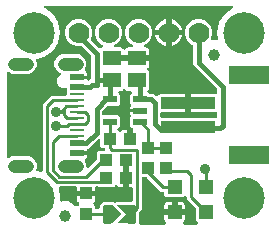
<source format=gbr>
G04 EAGLE Gerber RS-274X export*
G75*
%MOMM*%
%FSLAX34Y34*%
%LPD*%
%INTop Copper*%
%IPPOS*%
%AMOC8*
5,1,8,0,0,1.08239X$1,22.5*%
G01*
%ADD10R,1.200000X0.550000*%
%ADD11R,1.200000X1.200000*%
%ADD12R,1.000000X1.075000*%
%ADD13R,4.600000X1.000000*%
%ADD14R,3.400000X1.600000*%
%ADD15R,1.500000X1.300000*%
%ADD16R,1.075000X1.000000*%
%ADD17C,1.000000*%
%ADD18C,0.381000*%
%ADD19C,3.516000*%
%ADD20R,1.150000X0.575000*%
%ADD21R,1.150000X0.275000*%
%ADD22C,1.108000*%
%ADD23C,1.778000*%
%ADD24C,0.906400*%
%ADD25C,0.254000*%
%ADD26C,0.406400*%

G36*
X31903Y46855D02*
X31903Y46855D01*
X31987Y46860D01*
X32058Y46883D01*
X32132Y46897D01*
X32209Y46932D01*
X32289Y46958D01*
X32353Y46998D01*
X32421Y47030D01*
X32487Y47083D01*
X32558Y47128D01*
X32610Y47183D01*
X32668Y47230D01*
X32718Y47298D01*
X32776Y47360D01*
X32812Y47426D01*
X32857Y47486D01*
X32889Y47564D01*
X32930Y47638D01*
X32948Y47711D01*
X32977Y47781D01*
X32988Y47865D01*
X33009Y47946D01*
X33018Y48087D01*
X33019Y48096D01*
X33019Y48100D01*
X33019Y48107D01*
X33019Y104448D01*
X40332Y111761D01*
X43538Y111761D01*
X43568Y111738D01*
X43659Y111698D01*
X43746Y111650D01*
X43804Y111635D01*
X43860Y111611D01*
X43958Y111596D01*
X44054Y111571D01*
X44154Y111565D01*
X44174Y111561D01*
X44186Y111563D01*
X44214Y111561D01*
X52560Y111561D01*
X52678Y111576D01*
X52797Y111583D01*
X52835Y111596D01*
X52876Y111601D01*
X52986Y111644D01*
X53099Y111681D01*
X53134Y111703D01*
X53171Y111718D01*
X53267Y111787D01*
X53368Y111851D01*
X53396Y111881D01*
X53429Y111904D01*
X53505Y111996D01*
X53586Y112083D01*
X53606Y112118D01*
X53631Y112149D01*
X53682Y112257D01*
X53740Y112361D01*
X53750Y112401D01*
X53767Y112437D01*
X53789Y112554D01*
X53819Y112669D01*
X53823Y112729D01*
X53827Y112749D01*
X53825Y112770D01*
X53829Y112830D01*
X53829Y117090D01*
X53814Y117208D01*
X53807Y117327D01*
X53794Y117365D01*
X53789Y117406D01*
X53746Y117516D01*
X53709Y117629D01*
X53687Y117664D01*
X53672Y117701D01*
X53603Y117797D01*
X53539Y117898D01*
X53509Y117926D01*
X53486Y117959D01*
X53394Y118035D01*
X53307Y118116D01*
X53272Y118136D01*
X53241Y118161D01*
X53133Y118212D01*
X53029Y118270D01*
X52989Y118280D01*
X52953Y118297D01*
X52836Y118319D01*
X52721Y118349D01*
X52661Y118353D01*
X52641Y118357D01*
X52620Y118355D01*
X52560Y118359D01*
X50218Y118359D01*
X48090Y119241D01*
X46461Y120870D01*
X45579Y122998D01*
X45579Y125302D01*
X46461Y127430D01*
X48005Y128974D01*
X48035Y129013D01*
X48072Y129047D01*
X48132Y129139D01*
X48200Y129225D01*
X48220Y129271D01*
X48247Y129313D01*
X48282Y129416D01*
X48326Y129517D01*
X48334Y129566D01*
X48350Y129613D01*
X48359Y129723D01*
X48376Y129831D01*
X48371Y129881D01*
X48375Y129930D01*
X48356Y130038D01*
X48346Y130148D01*
X48329Y130195D01*
X48321Y130244D01*
X48276Y130344D01*
X48239Y130447D01*
X48211Y130488D01*
X48190Y130534D01*
X48122Y130620D01*
X48060Y130710D01*
X48023Y130743D01*
X47992Y130782D01*
X47904Y130848D01*
X47822Y130921D01*
X47777Y130944D01*
X47738Y130973D01*
X47593Y131044D01*
X46253Y131599D01*
X43979Y133873D01*
X42749Y136843D01*
X42749Y140057D01*
X43979Y143027D01*
X46253Y145301D01*
X49223Y146531D01*
X63517Y146531D01*
X66487Y145301D01*
X68761Y143027D01*
X69991Y140057D01*
X69991Y136843D01*
X68743Y133829D01*
X68733Y133794D01*
X68717Y133762D01*
X68691Y133641D01*
X68659Y133523D01*
X68658Y133486D01*
X68650Y133451D01*
X68656Y133328D01*
X68654Y133205D01*
X68662Y133169D01*
X68664Y133133D01*
X68699Y133015D01*
X68728Y132895D01*
X68745Y132863D01*
X68755Y132829D01*
X68819Y132723D01*
X68876Y132614D01*
X68901Y132587D01*
X68920Y132556D01*
X69007Y132470D01*
X69090Y132379D01*
X69121Y132359D01*
X69147Y132334D01*
X69281Y132244D01*
X69430Y132158D01*
X69903Y131685D01*
X70238Y131106D01*
X70411Y130459D01*
X70411Y128687D01*
X62288Y128687D01*
X62169Y128672D01*
X62051Y128664D01*
X62012Y128652D01*
X61972Y128647D01*
X61861Y128603D01*
X61748Y128566D01*
X61714Y128545D01*
X61676Y128530D01*
X61580Y128460D01*
X61480Y128396D01*
X61452Y128367D01*
X61419Y128343D01*
X61343Y128251D01*
X61262Y128165D01*
X61242Y128129D01*
X61216Y128098D01*
X61166Y127990D01*
X61108Y127886D01*
X61098Y127847D01*
X61081Y127810D01*
X61058Y127694D01*
X61029Y127578D01*
X61025Y127518D01*
X61021Y127498D01*
X61022Y127478D01*
X61018Y127418D01*
X61018Y127082D01*
X61033Y126964D01*
X61041Y126846D01*
X61053Y126807D01*
X61058Y126767D01*
X61102Y126656D01*
X61139Y126543D01*
X61160Y126509D01*
X61175Y126471D01*
X61245Y126375D01*
X61309Y126274D01*
X61338Y126247D01*
X61362Y126214D01*
X61454Y126138D01*
X61541Y126056D01*
X61576Y126037D01*
X61607Y126011D01*
X61715Y125960D01*
X61819Y125903D01*
X61858Y125893D01*
X61895Y125876D01*
X62012Y125853D01*
X62127Y125823D01*
X62187Y125820D01*
X62207Y125816D01*
X62228Y125817D01*
X62288Y125813D01*
X70411Y125813D01*
X70411Y125642D01*
X70428Y125508D01*
X70433Y125421D01*
X70437Y125408D01*
X70441Y125365D01*
X70448Y125346D01*
X70451Y125326D01*
X70502Y125197D01*
X70549Y125066D01*
X70560Y125049D01*
X70568Y125031D01*
X70649Y124918D01*
X70727Y124803D01*
X70743Y124790D01*
X70754Y124773D01*
X70862Y124684D01*
X70966Y124593D01*
X70984Y124583D01*
X70999Y124570D01*
X71125Y124511D01*
X71249Y124448D01*
X71269Y124443D01*
X71287Y124435D01*
X71424Y124409D01*
X71559Y124378D01*
X71580Y124379D01*
X71599Y124375D01*
X71738Y124384D01*
X71877Y124388D01*
X71897Y124394D01*
X71917Y124395D01*
X72049Y124438D01*
X72183Y124476D01*
X72200Y124487D01*
X72219Y124493D01*
X72295Y124541D01*
X72307Y124546D01*
X72339Y124568D01*
X72457Y124638D01*
X72478Y124656D01*
X72488Y124663D01*
X72502Y124678D01*
X72561Y124729D01*
X72565Y124732D01*
X72567Y124735D01*
X72577Y124744D01*
X73101Y125268D01*
X73135Y125270D01*
X73173Y125283D01*
X73214Y125288D01*
X73324Y125331D01*
X73437Y125368D01*
X73472Y125390D01*
X73509Y125405D01*
X73605Y125474D01*
X73706Y125538D01*
X73734Y125568D01*
X73767Y125591D01*
X73843Y125683D01*
X73924Y125770D01*
X73944Y125805D01*
X73969Y125836D01*
X74020Y125944D01*
X74078Y126048D01*
X74088Y126088D01*
X74105Y126124D01*
X74127Y126241D01*
X74157Y126356D01*
X74161Y126416D01*
X74165Y126436D01*
X74163Y126457D01*
X74167Y126517D01*
X74167Y144900D01*
X74155Y144998D01*
X74152Y145097D01*
X74135Y145156D01*
X74127Y145216D01*
X74091Y145308D01*
X74063Y145403D01*
X74033Y145455D01*
X74010Y145511D01*
X73952Y145591D01*
X73902Y145677D01*
X73836Y145752D01*
X73824Y145769D01*
X73814Y145777D01*
X73796Y145798D01*
X66296Y153298D01*
X66217Y153358D01*
X66145Y153426D01*
X66092Y153455D01*
X66044Y153492D01*
X65953Y153532D01*
X65867Y153580D01*
X65808Y153595D01*
X65753Y153619D01*
X65655Y153634D01*
X65559Y153659D01*
X65459Y153665D01*
X65438Y153669D01*
X65426Y153667D01*
X65398Y153669D01*
X61226Y153669D01*
X57025Y155409D01*
X53809Y158625D01*
X52069Y162826D01*
X52069Y167374D01*
X53809Y171575D01*
X57025Y174791D01*
X61226Y176531D01*
X65774Y176531D01*
X69975Y174791D01*
X73191Y171575D01*
X74931Y167374D01*
X74931Y162826D01*
X73723Y159911D01*
X73716Y159883D01*
X73702Y159857D01*
X73674Y159730D01*
X73639Y159605D01*
X73639Y159575D01*
X73633Y159546D01*
X73636Y159417D01*
X73634Y159287D01*
X73641Y159258D01*
X73642Y159229D01*
X73678Y159104D01*
X73709Y158977D01*
X73722Y158951D01*
X73731Y158923D01*
X73796Y158811D01*
X73857Y158696D01*
X73877Y158675D01*
X73892Y158649D01*
X73999Y158528D01*
X80547Y151980D01*
X80641Y151907D01*
X80730Y151828D01*
X80766Y151810D01*
X80798Y151785D01*
X80907Y151738D01*
X81013Y151684D01*
X81053Y151675D01*
X81090Y151659D01*
X81208Y151640D01*
X81324Y151614D01*
X81364Y151615D01*
X81404Y151609D01*
X81523Y151620D01*
X81642Y151624D01*
X81680Y151635D01*
X81721Y151639D01*
X81833Y151679D01*
X81947Y151712D01*
X81982Y151733D01*
X82020Y151746D01*
X82118Y151813D01*
X82221Y151874D01*
X82266Y151913D01*
X82283Y151925D01*
X82297Y151940D01*
X82342Y151980D01*
X82380Y152018D01*
X82959Y152353D01*
X83504Y152499D01*
X83563Y152522D01*
X83624Y152537D01*
X83710Y152582D01*
X83799Y152619D01*
X83849Y152656D01*
X83905Y152686D01*
X83977Y152751D01*
X84054Y152808D01*
X84094Y152857D01*
X84141Y152900D01*
X84194Y152980D01*
X84254Y153055D01*
X84281Y153113D01*
X84315Y153166D01*
X84347Y153257D01*
X84387Y153345D01*
X84398Y153407D01*
X84419Y153466D01*
X84426Y153563D01*
X84443Y153658D01*
X84439Y153720D01*
X84444Y153783D01*
X84427Y153879D01*
X84420Y153975D01*
X84400Y154035D01*
X84389Y154097D01*
X84350Y154185D01*
X84319Y154276D01*
X84285Y154329D01*
X84259Y154387D01*
X84199Y154462D01*
X84146Y154543D01*
X84100Y154586D01*
X84060Y154635D01*
X83983Y154693D01*
X83912Y154759D01*
X83857Y154788D01*
X83806Y154826D01*
X83662Y154897D01*
X82425Y155409D01*
X79209Y158625D01*
X77469Y162826D01*
X77469Y167374D01*
X79209Y171575D01*
X82425Y174791D01*
X86626Y176531D01*
X91174Y176531D01*
X95375Y174791D01*
X98591Y171575D01*
X100331Y167374D01*
X100331Y162826D01*
X98591Y158625D01*
X95375Y155409D01*
X94308Y154968D01*
X94248Y154933D01*
X94183Y154907D01*
X94110Y154855D01*
X94032Y154810D01*
X93982Y154762D01*
X93925Y154721D01*
X93868Y154651D01*
X93804Y154589D01*
X93767Y154529D01*
X93723Y154476D01*
X93684Y154394D01*
X93637Y154318D01*
X93617Y154251D01*
X93587Y154188D01*
X93570Y154100D01*
X93544Y154014D01*
X93540Y153944D01*
X93527Y153875D01*
X93533Y153786D01*
X93528Y153696D01*
X93543Y153628D01*
X93547Y153558D01*
X93575Y153473D01*
X93593Y153385D01*
X93623Y153322D01*
X93645Y153256D01*
X93693Y153180D01*
X93733Y153099D01*
X93778Y153046D01*
X93815Y152987D01*
X93881Y152925D01*
X93939Y152857D01*
X93996Y152817D01*
X94047Y152769D01*
X94125Y152726D01*
X94199Y152674D01*
X94264Y152649D01*
X94325Y152615D01*
X94412Y152593D01*
X94496Y152561D01*
X94566Y152553D01*
X94633Y152536D01*
X94794Y152526D01*
X99274Y152526D01*
X99921Y152353D01*
X100500Y152018D01*
X100973Y151545D01*
X101136Y151263D01*
X101216Y151158D01*
X101291Y151049D01*
X101312Y151031D01*
X101328Y151010D01*
X101432Y150928D01*
X101532Y150841D01*
X101556Y150829D01*
X101577Y150812D01*
X101698Y150758D01*
X101817Y150699D01*
X101843Y150694D01*
X101868Y150683D01*
X101999Y150661D01*
X102128Y150633D01*
X102155Y150634D01*
X102181Y150630D01*
X102314Y150641D01*
X102446Y150646D01*
X102471Y150654D01*
X102498Y150656D01*
X102624Y150700D01*
X102750Y150738D01*
X102773Y150752D01*
X102799Y150761D01*
X102909Y150834D01*
X103022Y150902D01*
X103041Y150921D01*
X103064Y150936D01*
X103152Y151035D01*
X103245Y151129D01*
X103266Y151161D01*
X103277Y151173D01*
X103287Y151192D01*
X103334Y151263D01*
X103497Y151545D01*
X103970Y152018D01*
X104549Y152353D01*
X105196Y152526D01*
X108406Y152526D01*
X108475Y152534D01*
X108545Y152533D01*
X108633Y152554D01*
X108722Y152566D01*
X108787Y152591D01*
X108854Y152608D01*
X108934Y152650D01*
X109017Y152683D01*
X109074Y152724D01*
X109136Y152756D01*
X109202Y152817D01*
X109275Y152869D01*
X109319Y152923D01*
X109371Y152970D01*
X109420Y153045D01*
X109478Y153114D01*
X109507Y153178D01*
X109546Y153236D01*
X109575Y153321D01*
X109613Y153402D01*
X109626Y153471D01*
X109649Y153537D01*
X109656Y153626D01*
X109673Y153714D01*
X109668Y153784D01*
X109674Y153854D01*
X109659Y153942D01*
X109653Y154032D01*
X109632Y154098D01*
X109620Y154167D01*
X109583Y154249D01*
X109555Y154334D01*
X109518Y154393D01*
X109489Y154457D01*
X109433Y154527D01*
X109385Y154603D01*
X109334Y154651D01*
X109290Y154705D01*
X109219Y154760D01*
X109153Y154821D01*
X109092Y154855D01*
X109036Y154897D01*
X108892Y154968D01*
X107825Y155410D01*
X104609Y158625D01*
X102869Y162826D01*
X102869Y167374D01*
X104609Y171575D01*
X107825Y174791D01*
X112026Y176531D01*
X116574Y176531D01*
X120775Y174791D01*
X123991Y171575D01*
X125731Y167374D01*
X125731Y162826D01*
X123991Y158625D01*
X120775Y155410D01*
X119708Y154968D01*
X119647Y154933D01*
X119583Y154907D01*
X119510Y154855D01*
X119432Y154810D01*
X119382Y154762D01*
X119325Y154721D01*
X119268Y154651D01*
X119203Y154589D01*
X119167Y154529D01*
X119122Y154476D01*
X119084Y154394D01*
X119037Y154318D01*
X119017Y154251D01*
X118987Y154188D01*
X118970Y154100D01*
X118944Y154014D01*
X118940Y153944D01*
X118927Y153875D01*
X118933Y153786D01*
X118928Y153696D01*
X118943Y153628D01*
X118947Y153558D01*
X118975Y153473D01*
X118993Y153385D01*
X119023Y153322D01*
X119045Y153256D01*
X119093Y153180D01*
X119132Y153099D01*
X119178Y153046D01*
X119215Y152987D01*
X119281Y152925D01*
X119339Y152857D01*
X119396Y152817D01*
X119447Y152769D01*
X119525Y152726D01*
X119599Y152674D01*
X119664Y152649D01*
X119725Y152615D01*
X119812Y152593D01*
X119896Y152561D01*
X119966Y152553D01*
X120033Y152536D01*
X120194Y152526D01*
X120864Y152526D01*
X121511Y152353D01*
X122090Y152018D01*
X122563Y151545D01*
X122898Y150966D01*
X123071Y150319D01*
X123071Y146024D01*
X114300Y146024D01*
X114182Y146009D01*
X114063Y146002D01*
X114025Y145989D01*
X113985Y145984D01*
X113874Y145940D01*
X113761Y145904D01*
X113726Y145882D01*
X113689Y145867D01*
X113593Y145797D01*
X113492Y145734D01*
X113464Y145704D01*
X113432Y145680D01*
X113356Y145589D01*
X113274Y145502D01*
X113255Y145467D01*
X113229Y145435D01*
X113178Y145328D01*
X113121Y145224D01*
X113110Y145184D01*
X113093Y145148D01*
X113071Y145031D01*
X113041Y144916D01*
X113037Y144855D01*
X113033Y144835D01*
X113035Y144815D01*
X113031Y144755D01*
X113031Y142215D01*
X113046Y142097D01*
X113053Y141978D01*
X113066Y141940D01*
X113071Y141900D01*
X113115Y141789D01*
X113151Y141676D01*
X113173Y141641D01*
X113188Y141604D01*
X113258Y141508D01*
X113321Y141407D01*
X113351Y141379D01*
X113375Y141346D01*
X113466Y141271D01*
X113553Y141189D01*
X113588Y141169D01*
X113620Y141144D01*
X113727Y141093D01*
X113831Y141035D01*
X113871Y141025D01*
X113907Y141008D01*
X114024Y140986D01*
X114139Y140956D01*
X114200Y140952D01*
X114220Y140948D01*
X114240Y140950D01*
X114300Y140946D01*
X123071Y140946D01*
X123071Y136651D01*
X122898Y136004D01*
X122563Y135425D01*
X122021Y134883D01*
X121948Y134788D01*
X121869Y134699D01*
X121851Y134663D01*
X121826Y134631D01*
X121778Y134522D01*
X121724Y134416D01*
X121715Y134377D01*
X121699Y134339D01*
X121681Y134222D01*
X121655Y134106D01*
X121656Y134065D01*
X121650Y134025D01*
X121661Y133907D01*
X121664Y133788D01*
X121676Y133749D01*
X121679Y133709D01*
X121720Y133596D01*
X121753Y133482D01*
X121773Y133448D01*
X121787Y133409D01*
X121854Y133311D01*
X121914Y133208D01*
X121954Y133163D01*
X121966Y133146D01*
X121981Y133133D01*
X122021Y133088D01*
X123071Y132037D01*
X123071Y116933D01*
X122156Y116017D01*
X122071Y115908D01*
X121982Y115801D01*
X121973Y115782D01*
X121961Y115766D01*
X121905Y115639D01*
X121846Y115513D01*
X121842Y115493D01*
X121834Y115474D01*
X121812Y115336D01*
X121786Y115200D01*
X121788Y115180D01*
X121784Y115160D01*
X121798Y115021D01*
X121806Y114883D01*
X121812Y114864D01*
X121814Y114844D01*
X121861Y114712D01*
X121904Y114581D01*
X121915Y114563D01*
X121922Y114544D01*
X122000Y114429D01*
X122074Y114312D01*
X122089Y114298D01*
X122100Y114281D01*
X122205Y114189D01*
X122306Y114094D01*
X122324Y114084D01*
X122339Y114071D01*
X122463Y114007D01*
X122584Y113940D01*
X122604Y113935D01*
X122622Y113926D01*
X122758Y113896D01*
X122892Y113861D01*
X122915Y113860D01*
X123270Y113505D01*
X123348Y113444D01*
X123420Y113376D01*
X123473Y113347D01*
X123521Y113310D01*
X123612Y113270D01*
X123699Y113222D01*
X123757Y113207D01*
X123813Y113183D01*
X123911Y113168D01*
X124006Y113143D01*
X124106Y113137D01*
X124127Y113133D01*
X124139Y113135D01*
X124167Y113133D01*
X127014Y113133D01*
X128860Y111287D01*
X128959Y111210D01*
X129054Y111128D01*
X129085Y111113D01*
X129111Y111092D01*
X129227Y111042D01*
X129339Y110986D01*
X129372Y110979D01*
X129403Y110966D01*
X129527Y110946D01*
X129650Y110920D01*
X129684Y110921D01*
X129717Y110916D01*
X129842Y110928D01*
X129968Y110933D01*
X130000Y110942D01*
X130034Y110946D01*
X130152Y110988D01*
X130272Y111024D01*
X130301Y111042D01*
X130333Y111053D01*
X130437Y111124D01*
X130545Y111189D01*
X130568Y111213D01*
X130596Y111232D01*
X130679Y111326D01*
X130767Y111416D01*
X130795Y111456D01*
X130807Y111470D01*
X130817Y111489D01*
X130857Y111550D01*
X131007Y111810D01*
X131480Y112283D01*
X132059Y112618D01*
X132706Y112791D01*
X153541Y112791D01*
X153541Y106480D01*
X153556Y106362D01*
X153563Y106243D01*
X153575Y106205D01*
X153581Y106165D01*
X153624Y106054D01*
X153661Y105941D01*
X153683Y105907D01*
X153698Y105869D01*
X153767Y105773D01*
X153831Y105672D01*
X153861Y105644D01*
X153884Y105612D01*
X153976Y105536D01*
X154063Y105454D01*
X154098Y105435D01*
X154129Y105409D01*
X154237Y105358D01*
X154341Y105301D01*
X154381Y105291D01*
X154417Y105273D01*
X154524Y105253D01*
X154494Y105249D01*
X154384Y105205D01*
X154271Y105169D01*
X154236Y105147D01*
X154199Y105132D01*
X154102Y105062D01*
X154002Y104999D01*
X153974Y104969D01*
X153941Y104945D01*
X153865Y104854D01*
X153784Y104767D01*
X153764Y104732D01*
X153739Y104700D01*
X153688Y104593D01*
X153630Y104488D01*
X153620Y104449D01*
X153603Y104413D01*
X153581Y104296D01*
X153551Y104180D01*
X153547Y104120D01*
X153543Y104100D01*
X153545Y104080D01*
X153541Y104020D01*
X153541Y97709D01*
X134112Y97709D01*
X133994Y97694D01*
X133875Y97687D01*
X133837Y97674D01*
X133796Y97669D01*
X133686Y97626D01*
X133573Y97589D01*
X133538Y97567D01*
X133501Y97552D01*
X133405Y97483D01*
X133304Y97419D01*
X133276Y97389D01*
X133243Y97366D01*
X133167Y97274D01*
X133086Y97187D01*
X133066Y97152D01*
X133041Y97121D01*
X132990Y97013D01*
X132932Y96909D01*
X132922Y96869D01*
X132905Y96833D01*
X132883Y96716D01*
X132853Y96601D01*
X132849Y96541D01*
X132845Y96521D01*
X132847Y96500D01*
X132843Y96440D01*
X132843Y94060D01*
X132858Y93942D01*
X132865Y93823D01*
X132878Y93785D01*
X132883Y93744D01*
X132926Y93634D01*
X132963Y93521D01*
X132985Y93486D01*
X133000Y93449D01*
X133069Y93353D01*
X133133Y93252D01*
X133163Y93224D01*
X133186Y93191D01*
X133278Y93115D01*
X133365Y93034D01*
X133400Y93014D01*
X133431Y92989D01*
X133539Y92938D01*
X133643Y92880D01*
X133683Y92870D01*
X133719Y92853D01*
X133836Y92831D01*
X133951Y92801D01*
X134011Y92797D01*
X134031Y92793D01*
X134052Y92795D01*
X134112Y92791D01*
X179578Y92791D01*
X179696Y92806D01*
X179815Y92813D01*
X179853Y92826D01*
X179894Y92831D01*
X180004Y92874D01*
X180117Y92911D01*
X180152Y92933D01*
X180189Y92948D01*
X180285Y93017D01*
X180386Y93081D01*
X180414Y93111D01*
X180447Y93134D01*
X180523Y93226D01*
X180604Y93313D01*
X180624Y93348D01*
X180649Y93379D01*
X180700Y93487D01*
X180758Y93591D01*
X180768Y93631D01*
X180785Y93667D01*
X180807Y93784D01*
X180837Y93899D01*
X180841Y93959D01*
X180845Y93979D01*
X180843Y94000D01*
X180847Y94060D01*
X180847Y96450D01*
X180831Y96575D01*
X180822Y96701D01*
X180812Y96732D01*
X180807Y96765D01*
X180761Y96882D01*
X180721Y97002D01*
X180703Y97030D01*
X180690Y97061D01*
X180616Y97163D01*
X180548Y97269D01*
X180523Y97291D01*
X180504Y97318D01*
X180406Y97399D01*
X180314Y97484D01*
X180284Y97500D01*
X180259Y97521D01*
X180145Y97575D01*
X180033Y97635D01*
X180001Y97643D01*
X179971Y97657D01*
X179847Y97680D01*
X179725Y97711D01*
X179691Y97710D01*
X179659Y97716D01*
X179542Y97709D01*
X158539Y97709D01*
X158539Y104020D01*
X158524Y104138D01*
X158517Y104257D01*
X158504Y104295D01*
X158499Y104335D01*
X158456Y104446D01*
X158419Y104559D01*
X158397Y104593D01*
X158382Y104631D01*
X158313Y104727D01*
X158249Y104828D01*
X158219Y104856D01*
X158196Y104888D01*
X158104Y104964D01*
X158017Y105046D01*
X157982Y105065D01*
X157951Y105091D01*
X157843Y105142D01*
X157739Y105199D01*
X157699Y105209D01*
X157663Y105227D01*
X157556Y105247D01*
X157586Y105251D01*
X157696Y105295D01*
X157809Y105331D01*
X157844Y105353D01*
X157881Y105368D01*
X157977Y105438D01*
X158078Y105501D01*
X158106Y105531D01*
X158139Y105555D01*
X158215Y105646D01*
X158296Y105733D01*
X158316Y105768D01*
X158341Y105800D01*
X158392Y105907D01*
X158450Y106012D01*
X158460Y106051D01*
X158477Y106087D01*
X158499Y106204D01*
X158529Y106320D01*
X158533Y106380D01*
X158537Y106400D01*
X158535Y106420D01*
X158539Y106480D01*
X158539Y112791D01*
X179460Y112791D01*
X179498Y112784D01*
X179531Y112786D01*
X179564Y112781D01*
X179689Y112795D01*
X179815Y112803D01*
X179847Y112814D01*
X179880Y112817D01*
X179998Y112862D01*
X180117Y112901D01*
X180146Y112919D01*
X180177Y112931D01*
X180280Y113004D01*
X180386Y113071D01*
X180409Y113096D01*
X180436Y113115D01*
X180518Y113211D01*
X180604Y113303D01*
X180620Y113332D01*
X180642Y113358D01*
X180697Y113471D01*
X180758Y113582D01*
X180766Y113614D01*
X180780Y113644D01*
X180806Y113768D01*
X180837Y113890D01*
X180840Y113938D01*
X180844Y113955D01*
X180843Y113977D01*
X180847Y114050D01*
X180847Y116960D01*
X180835Y117058D01*
X180832Y117157D01*
X180815Y117216D01*
X180807Y117276D01*
X180771Y117368D01*
X180743Y117463D01*
X180713Y117515D01*
X180690Y117571D01*
X180632Y117651D01*
X180582Y117737D01*
X180516Y117812D01*
X180504Y117829D01*
X180494Y117837D01*
X180476Y117858D01*
X160527Y137806D01*
X160527Y153773D01*
X160524Y153803D01*
X160526Y153832D01*
X160504Y153960D01*
X160487Y154089D01*
X160477Y154116D01*
X160472Y154146D01*
X160418Y154264D01*
X160370Y154385D01*
X160353Y154409D01*
X160341Y154436D01*
X160260Y154537D01*
X160184Y154642D01*
X160161Y154661D01*
X160142Y154684D01*
X160039Y154762D01*
X159939Y154845D01*
X159912Y154857D01*
X159888Y154875D01*
X159744Y154946D01*
X158625Y155409D01*
X155409Y158625D01*
X153669Y162826D01*
X153669Y167374D01*
X155409Y171575D01*
X158625Y174791D01*
X162826Y176531D01*
X167374Y176531D01*
X171575Y174791D01*
X174791Y171575D01*
X176531Y167374D01*
X176531Y162826D01*
X175503Y160346D01*
X175490Y160298D01*
X175469Y160253D01*
X175448Y160145D01*
X175419Y160039D01*
X175419Y159989D01*
X175409Y159940D01*
X175416Y159831D01*
X175414Y159721D01*
X175426Y159673D01*
X175429Y159623D01*
X175463Y159519D01*
X175488Y159412D01*
X175512Y159368D01*
X175527Y159321D01*
X175586Y159228D01*
X175637Y159131D01*
X175671Y159094D01*
X175697Y159052D01*
X175777Y158977D01*
X175851Y158895D01*
X175893Y158868D01*
X175929Y158834D01*
X176025Y158781D01*
X176117Y158721D01*
X176164Y158704D01*
X176207Y158680D01*
X176314Y158653D01*
X176418Y158617D01*
X176467Y158613D01*
X176515Y158601D01*
X176676Y158591D01*
X180272Y158591D01*
X180356Y158601D01*
X180440Y158602D01*
X180513Y158621D01*
X180588Y158631D01*
X180666Y158662D01*
X180748Y158683D01*
X180814Y158720D01*
X180884Y158748D01*
X180952Y158797D01*
X181026Y158838D01*
X181080Y158890D01*
X181141Y158934D01*
X181195Y159000D01*
X181256Y159058D01*
X181296Y159121D01*
X181344Y159179D01*
X181380Y159256D01*
X181424Y159327D01*
X181447Y159399D01*
X181479Y159467D01*
X181495Y159550D01*
X181521Y159630D01*
X181525Y159706D01*
X181539Y159779D01*
X181534Y159864D01*
X181539Y159948D01*
X181520Y160088D01*
X181519Y160097D01*
X181518Y160100D01*
X181517Y160108D01*
X180524Y165100D01*
X182250Y173778D01*
X187166Y181134D01*
X193901Y185635D01*
X193980Y185703D01*
X194065Y185764D01*
X194100Y185807D01*
X194141Y185843D01*
X194201Y185929D01*
X194267Y186009D01*
X194291Y186059D01*
X194322Y186105D01*
X194358Y186203D01*
X194403Y186297D01*
X194413Y186351D01*
X194432Y186403D01*
X194443Y186507D01*
X194463Y186610D01*
X194459Y186665D01*
X194465Y186719D01*
X194449Y186823D01*
X194443Y186927D01*
X194426Y186979D01*
X194418Y187034D01*
X194377Y187130D01*
X194345Y187229D01*
X194315Y187276D01*
X194294Y187327D01*
X194231Y187410D01*
X194175Y187498D01*
X194135Y187536D01*
X194101Y187580D01*
X194019Y187645D01*
X193943Y187716D01*
X193895Y187743D01*
X193852Y187777D01*
X193756Y187819D01*
X193665Y187870D01*
X193611Y187883D01*
X193561Y187906D01*
X193458Y187923D01*
X193357Y187949D01*
X193269Y187955D01*
X193247Y187958D01*
X193232Y187957D01*
X193196Y187959D01*
X35404Y187959D01*
X35300Y187946D01*
X35196Y187942D01*
X35143Y187926D01*
X35089Y187919D01*
X34992Y187881D01*
X34891Y187851D01*
X34844Y187823D01*
X34793Y187802D01*
X34708Y187741D01*
X34619Y187687D01*
X34580Y187648D01*
X34535Y187616D01*
X34469Y187535D01*
X34396Y187461D01*
X34368Y187413D01*
X34333Y187371D01*
X34288Y187276D01*
X34236Y187186D01*
X34221Y187133D01*
X34197Y187083D01*
X34178Y186980D01*
X34149Y186880D01*
X34148Y186825D01*
X34137Y186771D01*
X34144Y186666D01*
X34141Y186562D01*
X34154Y186508D01*
X34157Y186453D01*
X34189Y186354D01*
X34213Y186252D01*
X34238Y186203D01*
X34255Y186151D01*
X34311Y186062D01*
X34359Y185970D01*
X34396Y185928D01*
X34425Y185882D01*
X34501Y185810D01*
X34571Y185732D01*
X34641Y185679D01*
X34657Y185664D01*
X34670Y185657D01*
X34699Y185635D01*
X41434Y181134D01*
X46350Y173778D01*
X48076Y165100D01*
X46350Y156422D01*
X41434Y149066D01*
X34078Y144150D01*
X28589Y143059D01*
X28509Y143032D01*
X28427Y143015D01*
X28359Y142982D01*
X28288Y142958D01*
X28217Y142912D01*
X28141Y142875D01*
X28084Y142826D01*
X28021Y142785D01*
X27963Y142723D01*
X27899Y142669D01*
X27856Y142607D01*
X27805Y142552D01*
X27764Y142478D01*
X27716Y142409D01*
X27689Y142338D01*
X27653Y142272D01*
X27633Y142190D01*
X27603Y142111D01*
X27595Y142037D01*
X27577Y141964D01*
X27577Y141879D01*
X27568Y141795D01*
X27578Y141721D01*
X27579Y141646D01*
X27601Y141564D01*
X27612Y141480D01*
X27658Y141347D01*
X27660Y141338D01*
X27662Y141335D01*
X27664Y141328D01*
X28191Y140057D01*
X28191Y136843D01*
X26961Y133873D01*
X24687Y131599D01*
X21717Y130369D01*
X7423Y130369D01*
X4296Y131664D01*
X4248Y131678D01*
X4203Y131699D01*
X4095Y131719D01*
X3989Y131748D01*
X3939Y131749D01*
X3890Y131759D01*
X3781Y131752D01*
X3671Y131753D01*
X3623Y131742D01*
X3573Y131739D01*
X3469Y131705D01*
X3362Y131679D01*
X3318Y131656D01*
X3271Y131641D01*
X3178Y131582D01*
X3081Y131531D01*
X3044Y131497D01*
X3002Y131471D01*
X2927Y131391D01*
X2845Y131317D01*
X2818Y131275D01*
X2784Y131239D01*
X2731Y131143D01*
X2671Y131051D01*
X2654Y131004D01*
X2630Y130960D01*
X2603Y130854D01*
X2567Y130750D01*
X2563Y130701D01*
X2551Y130653D01*
X2541Y130492D01*
X2541Y60008D01*
X2547Y59959D01*
X2545Y59909D01*
X2567Y59802D01*
X2581Y59693D01*
X2599Y59646D01*
X2609Y59598D01*
X2657Y59499D01*
X2698Y59397D01*
X2727Y59357D01*
X2749Y59312D01*
X2820Y59228D01*
X2884Y59140D01*
X2923Y59108D01*
X2955Y59070D01*
X3045Y59007D01*
X3129Y58937D01*
X3174Y58916D01*
X3215Y58887D01*
X3318Y58848D01*
X3417Y58801D01*
X3466Y58792D01*
X3512Y58774D01*
X3622Y58762D01*
X3729Y58741D01*
X3779Y58745D01*
X3828Y58739D01*
X3937Y58754D01*
X4047Y58761D01*
X4094Y58777D01*
X4143Y58783D01*
X4296Y58836D01*
X7423Y60131D01*
X21717Y60131D01*
X24687Y58901D01*
X26961Y56627D01*
X28191Y53657D01*
X28191Y50443D01*
X27664Y49172D01*
X27642Y49091D01*
X27610Y49012D01*
X27600Y48938D01*
X27580Y48865D01*
X27579Y48781D01*
X27568Y48697D01*
X27577Y48622D01*
X27575Y48547D01*
X27595Y48465D01*
X27605Y48381D01*
X27632Y48311D01*
X27650Y48238D01*
X27689Y48163D01*
X27719Y48085D01*
X27763Y48023D01*
X27798Y47957D01*
X27855Y47894D01*
X27904Y47826D01*
X27962Y47777D01*
X28012Y47722D01*
X28083Y47675D01*
X28147Y47621D01*
X28215Y47588D01*
X28278Y47547D01*
X28358Y47519D01*
X28434Y47483D01*
X28570Y47447D01*
X28579Y47444D01*
X28582Y47443D01*
X28589Y47441D01*
X31502Y46862D01*
X31587Y46856D01*
X31670Y46840D01*
X31744Y46845D01*
X31820Y46840D01*
X31903Y46855D01*
G37*
G36*
X136821Y2559D02*
X136821Y2559D01*
X136966Y2574D01*
X136979Y2579D01*
X136992Y2581D01*
X137128Y2634D01*
X137264Y2685D01*
X137275Y2693D01*
X137288Y2698D01*
X137406Y2783D01*
X137526Y2866D01*
X137534Y2877D01*
X137545Y2884D01*
X137638Y2997D01*
X137734Y3107D01*
X137740Y3119D01*
X137748Y3129D01*
X137810Y3261D01*
X137875Y3392D01*
X137878Y3405D01*
X137884Y3417D01*
X137911Y3560D01*
X137941Y3703D01*
X137941Y3716D01*
X137943Y3729D01*
X137934Y3875D01*
X137928Y4021D01*
X137924Y4033D01*
X137924Y4047D01*
X137879Y4185D01*
X137837Y4325D01*
X137830Y4337D01*
X137826Y4349D01*
X137748Y4472D01*
X137672Y4597D01*
X137663Y4607D01*
X137655Y4618D01*
X137549Y4718D01*
X137445Y4820D01*
X137430Y4830D01*
X137424Y4836D01*
X137409Y4844D01*
X137311Y4909D01*
X137220Y4962D01*
X136747Y5435D01*
X136412Y6014D01*
X136239Y6661D01*
X136239Y10456D01*
X143510Y10456D01*
X143628Y10471D01*
X143747Y10478D01*
X143785Y10491D01*
X143825Y10496D01*
X143936Y10539D01*
X144049Y10576D01*
X144084Y10598D01*
X144121Y10613D01*
X144217Y10683D01*
X144318Y10746D01*
X144346Y10776D01*
X144378Y10800D01*
X144454Y10891D01*
X144536Y10978D01*
X144555Y11013D01*
X144581Y11044D01*
X144632Y11152D01*
X144689Y11256D01*
X144700Y11296D01*
X144717Y11332D01*
X144739Y11449D01*
X144769Y11564D01*
X144773Y11625D01*
X144777Y11645D01*
X144775Y11665D01*
X144779Y11725D01*
X144779Y12996D01*
X144781Y12996D01*
X144781Y11725D01*
X144796Y11607D01*
X144803Y11488D01*
X144816Y11450D01*
X144821Y11410D01*
X144865Y11299D01*
X144901Y11186D01*
X144923Y11151D01*
X144938Y11114D01*
X145008Y11018D01*
X145071Y10917D01*
X145101Y10889D01*
X145125Y10856D01*
X145216Y10781D01*
X145303Y10699D01*
X145338Y10679D01*
X145370Y10654D01*
X145477Y10603D01*
X145581Y10545D01*
X145621Y10535D01*
X145657Y10518D01*
X145774Y10496D01*
X145889Y10466D01*
X145950Y10462D01*
X145970Y10458D01*
X145990Y10460D01*
X146050Y10456D01*
X153321Y10456D01*
X153321Y6661D01*
X153148Y6014D01*
X152813Y5435D01*
X152340Y4962D01*
X152249Y4909D01*
X152132Y4821D01*
X152015Y4736D01*
X152006Y4725D01*
X151995Y4717D01*
X151905Y4603D01*
X151812Y4491D01*
X151806Y4478D01*
X151798Y4468D01*
X151738Y4334D01*
X151676Y4203D01*
X151674Y4190D01*
X151668Y4177D01*
X151644Y4033D01*
X151617Y3890D01*
X151617Y3877D01*
X151615Y3864D01*
X151627Y3718D01*
X151636Y3573D01*
X151640Y3560D01*
X151642Y3547D01*
X151690Y3409D01*
X151734Y3271D01*
X151742Y3259D01*
X151746Y3246D01*
X151826Y3125D01*
X151905Y3002D01*
X151914Y2993D01*
X151922Y2981D01*
X152030Y2884D01*
X152136Y2784D01*
X152148Y2777D01*
X152158Y2768D01*
X152287Y2701D01*
X152415Y2630D01*
X152428Y2627D01*
X152440Y2621D01*
X152582Y2587D01*
X152723Y2551D01*
X152741Y2550D01*
X152749Y2548D01*
X152766Y2548D01*
X152883Y2541D01*
X163247Y2541D01*
X163385Y2558D01*
X163523Y2571D01*
X163542Y2578D01*
X163562Y2581D01*
X163692Y2632D01*
X163823Y2679D01*
X163839Y2690D01*
X163858Y2698D01*
X163971Y2779D01*
X164086Y2857D01*
X164099Y2873D01*
X164115Y2884D01*
X164204Y2992D01*
X164296Y3096D01*
X164305Y3114D01*
X164318Y3129D01*
X164378Y3255D01*
X164441Y3379D01*
X164445Y3399D01*
X164454Y3417D01*
X164480Y3554D01*
X164510Y3689D01*
X164510Y3710D01*
X164514Y3729D01*
X164505Y3868D01*
X164501Y4007D01*
X164495Y4027D01*
X164494Y4047D01*
X164451Y4179D01*
X164412Y4313D01*
X164402Y4330D01*
X164396Y4349D01*
X164321Y4467D01*
X164251Y4587D01*
X164232Y4608D01*
X164226Y4618D01*
X164211Y4632D01*
X164144Y4707D01*
X162909Y5943D01*
X162909Y15621D01*
X162897Y15719D01*
X162894Y15818D01*
X162877Y15876D01*
X162869Y15936D01*
X162833Y16028D01*
X162805Y16124D01*
X162775Y16176D01*
X162752Y16232D01*
X162694Y16312D01*
X162644Y16397D01*
X162578Y16473D01*
X162566Y16489D01*
X162556Y16497D01*
X162538Y16518D01*
X157543Y21513D01*
X154939Y24117D01*
X154939Y25497D01*
X154922Y25635D01*
X154909Y25773D01*
X154902Y25792D01*
X154899Y25812D01*
X154848Y25942D01*
X154801Y26073D01*
X154790Y26089D01*
X154782Y26108D01*
X154701Y26220D01*
X154623Y26336D01*
X154607Y26349D01*
X154596Y26365D01*
X154488Y26454D01*
X154384Y26546D01*
X154366Y26555D01*
X154351Y26568D01*
X154225Y26628D01*
X154101Y26691D01*
X154081Y26695D01*
X154063Y26704D01*
X153926Y26730D01*
X153791Y26760D01*
X153770Y26760D01*
X153751Y26764D01*
X153612Y26755D01*
X153473Y26751D01*
X153453Y26745D01*
X153433Y26744D01*
X153301Y26701D01*
X153167Y26662D01*
X153150Y26652D01*
X153131Y26646D01*
X153013Y26571D01*
X152893Y26501D01*
X152872Y26482D01*
X152862Y26476D01*
X152848Y26461D01*
X152773Y26394D01*
X151832Y25454D01*
X137728Y25454D01*
X136239Y26943D01*
X136239Y28915D01*
X136224Y29033D01*
X136217Y29152D01*
X136204Y29190D01*
X136199Y29231D01*
X136156Y29341D01*
X136119Y29454D01*
X136097Y29489D01*
X136082Y29526D01*
X136013Y29622D01*
X135949Y29723D01*
X135919Y29751D01*
X135896Y29784D01*
X135804Y29860D01*
X135717Y29941D01*
X135682Y29961D01*
X135651Y29986D01*
X135543Y30037D01*
X135439Y30095D01*
X135399Y30105D01*
X135363Y30122D01*
X135246Y30144D01*
X135131Y30174D01*
X135071Y30178D01*
X135051Y30182D01*
X135030Y30180D01*
X134970Y30184D01*
X133337Y30184D01*
X121253Y42268D01*
X121175Y42328D01*
X121103Y42396D01*
X121050Y42425D01*
X121002Y42462D01*
X120911Y42502D01*
X120824Y42550D01*
X120766Y42565D01*
X120710Y42589D01*
X120612Y42604D01*
X120516Y42629D01*
X120416Y42635D01*
X120396Y42639D01*
X120384Y42637D01*
X120356Y42639D01*
X118110Y42639D01*
X117992Y42624D01*
X117873Y42617D01*
X117835Y42604D01*
X117794Y42599D01*
X117684Y42556D01*
X117571Y42519D01*
X117536Y42497D01*
X117499Y42482D01*
X117403Y42413D01*
X117302Y42349D01*
X117274Y42319D01*
X117241Y42296D01*
X117165Y42204D01*
X117084Y42117D01*
X117064Y42082D01*
X117039Y42051D01*
X116988Y41943D01*
X116930Y41839D01*
X116920Y41799D01*
X116903Y41763D01*
X116881Y41646D01*
X116851Y41531D01*
X116847Y41471D01*
X116843Y41451D01*
X116845Y41430D01*
X116841Y41370D01*
X116841Y14932D01*
X114672Y12763D01*
X114612Y12685D01*
X114544Y12613D01*
X114515Y12560D01*
X114478Y12512D01*
X114438Y12421D01*
X114390Y12334D01*
X114375Y12276D01*
X114351Y12220D01*
X114336Y12122D01*
X114311Y12026D01*
X114305Y11926D01*
X114301Y11906D01*
X114303Y11894D01*
X114301Y11866D01*
X114301Y3810D01*
X114316Y3692D01*
X114323Y3573D01*
X114336Y3535D01*
X114341Y3494D01*
X114384Y3384D01*
X114421Y3271D01*
X114443Y3236D01*
X114458Y3199D01*
X114527Y3103D01*
X114591Y3002D01*
X114621Y2974D01*
X114644Y2941D01*
X114736Y2865D01*
X114823Y2784D01*
X114858Y2764D01*
X114889Y2739D01*
X114997Y2688D01*
X115101Y2630D01*
X115141Y2620D01*
X115177Y2603D01*
X115294Y2581D01*
X115409Y2551D01*
X115469Y2547D01*
X115489Y2543D01*
X115510Y2545D01*
X115570Y2541D01*
X136677Y2541D01*
X136821Y2559D01*
G37*
G36*
X80128Y15646D02*
X80128Y15646D01*
X80247Y15653D01*
X80285Y15666D01*
X80326Y15671D01*
X80436Y15714D01*
X80549Y15751D01*
X80584Y15773D01*
X80621Y15788D01*
X80717Y15857D01*
X80818Y15921D01*
X80846Y15951D01*
X80879Y15974D01*
X80955Y16066D01*
X81036Y16153D01*
X81056Y16188D01*
X81081Y16219D01*
X81132Y16327D01*
X81190Y16431D01*
X81200Y16471D01*
X81217Y16507D01*
X81239Y16624D01*
X81269Y16739D01*
X81273Y16799D01*
X81277Y16819D01*
X81275Y16840D01*
X81279Y16900D01*
X81279Y18986D01*
X83884Y21591D01*
X93233Y21591D01*
X93400Y21423D01*
X93494Y21350D01*
X93583Y21272D01*
X93619Y21253D01*
X93651Y21228D01*
X93761Y21181D01*
X93867Y21127D01*
X93906Y21118D01*
X93943Y21102D01*
X94061Y21083D01*
X94177Y21057D01*
X94217Y21059D01*
X94257Y21052D01*
X94376Y21063D01*
X94495Y21067D01*
X94534Y21078D01*
X94574Y21082D01*
X94686Y21122D01*
X94800Y21155D01*
X94835Y21176D01*
X94873Y21190D01*
X94971Y21256D01*
X95074Y21317D01*
X95119Y21357D01*
X95136Y21368D01*
X95150Y21383D01*
X95195Y21423D01*
X95383Y21611D01*
X96533Y21591D01*
X96540Y21592D01*
X96556Y21591D01*
X107950Y21591D01*
X108068Y21606D01*
X108187Y21613D01*
X108225Y21626D01*
X108266Y21631D01*
X108376Y21674D01*
X108489Y21711D01*
X108524Y21733D01*
X108561Y21748D01*
X108657Y21817D01*
X108758Y21881D01*
X108786Y21911D01*
X108819Y21934D01*
X108895Y22026D01*
X108976Y22113D01*
X108996Y22148D01*
X109021Y22179D01*
X109072Y22287D01*
X109130Y22391D01*
X109140Y22431D01*
X109157Y22467D01*
X109179Y22584D01*
X109209Y22699D01*
X109213Y22759D01*
X109217Y22779D01*
X109215Y22800D01*
X109219Y22860D01*
X109219Y33100D01*
X109204Y33218D01*
X109197Y33337D01*
X109184Y33375D01*
X109179Y33416D01*
X109136Y33526D01*
X109099Y33639D01*
X109077Y33674D01*
X109062Y33711D01*
X108993Y33807D01*
X108929Y33908D01*
X108899Y33936D01*
X108876Y33969D01*
X108784Y34045D01*
X108697Y34126D01*
X108662Y34146D01*
X108631Y34171D01*
X108523Y34222D01*
X108419Y34280D01*
X108379Y34290D01*
X108343Y34307D01*
X108226Y34329D01*
X108111Y34359D01*
X108051Y34363D01*
X108031Y34367D01*
X108010Y34365D01*
X107950Y34369D01*
X106249Y34369D01*
X106249Y40680D01*
X106234Y40798D01*
X106227Y40917D01*
X106214Y40955D01*
X106209Y40995D01*
X106166Y41106D01*
X106129Y41219D01*
X106107Y41253D01*
X106092Y41291D01*
X106023Y41387D01*
X105959Y41488D01*
X105929Y41516D01*
X105906Y41548D01*
X105814Y41624D01*
X105727Y41706D01*
X105692Y41725D01*
X105661Y41751D01*
X105553Y41802D01*
X105449Y41859D01*
X105409Y41869D01*
X105373Y41887D01*
X105266Y41907D01*
X105296Y41911D01*
X105406Y41955D01*
X105519Y41991D01*
X105554Y42013D01*
X105591Y42028D01*
X105687Y42098D01*
X105788Y42161D01*
X105816Y42191D01*
X105849Y42215D01*
X105925Y42306D01*
X106006Y42393D01*
X106026Y42428D01*
X106051Y42460D01*
X106102Y42567D01*
X106160Y42672D01*
X106170Y42711D01*
X106187Y42747D01*
X106209Y42864D01*
X106239Y42980D01*
X106243Y43040D01*
X106247Y43060D01*
X106246Y43072D01*
X106247Y43076D01*
X106246Y43088D01*
X106249Y43140D01*
X106249Y55920D01*
X106234Y56038D01*
X106227Y56157D01*
X106214Y56195D01*
X106209Y56235D01*
X106166Y56346D01*
X106129Y56459D01*
X106107Y56493D01*
X106092Y56531D01*
X106023Y56627D01*
X105959Y56728D01*
X105929Y56756D01*
X105906Y56788D01*
X105814Y56864D01*
X105727Y56946D01*
X105692Y56965D01*
X105661Y56991D01*
X105553Y57042D01*
X105449Y57099D01*
X105409Y57109D01*
X105373Y57127D01*
X105256Y57149D01*
X105141Y57179D01*
X105081Y57183D01*
X105061Y57186D01*
X105040Y57185D01*
X104980Y57189D01*
X102520Y57189D01*
X102402Y57174D01*
X102283Y57167D01*
X102245Y57154D01*
X102204Y57149D01*
X102094Y57105D01*
X101981Y57069D01*
X101946Y57047D01*
X101909Y57032D01*
X101812Y56962D01*
X101712Y56899D01*
X101684Y56869D01*
X101651Y56845D01*
X101575Y56754D01*
X101494Y56667D01*
X101474Y56632D01*
X101449Y56600D01*
X101398Y56493D01*
X101340Y56388D01*
X101330Y56349D01*
X101313Y56313D01*
X101291Y56196D01*
X101261Y56080D01*
X101257Y56020D01*
X101253Y56000D01*
X101255Y55980D01*
X101251Y55920D01*
X101251Y43140D01*
X101266Y43022D01*
X101273Y42903D01*
X101285Y42865D01*
X101291Y42825D01*
X101334Y42714D01*
X101371Y42601D01*
X101393Y42567D01*
X101408Y42529D01*
X101477Y42433D01*
X101541Y42332D01*
X101571Y42304D01*
X101594Y42272D01*
X101686Y42196D01*
X101773Y42114D01*
X101808Y42095D01*
X101839Y42069D01*
X101947Y42018D01*
X102051Y41961D01*
X102091Y41951D01*
X102127Y41933D01*
X102234Y41913D01*
X102204Y41909D01*
X102094Y41865D01*
X101981Y41829D01*
X101946Y41807D01*
X101909Y41792D01*
X101812Y41722D01*
X101712Y41659D01*
X101684Y41629D01*
X101651Y41605D01*
X101575Y41514D01*
X101494Y41427D01*
X101474Y41392D01*
X101449Y41360D01*
X101398Y41253D01*
X101340Y41148D01*
X101330Y41109D01*
X101313Y41073D01*
X101291Y40956D01*
X101261Y40840D01*
X101257Y40780D01*
X101253Y40760D01*
X101255Y40740D01*
X101251Y40680D01*
X101251Y34369D01*
X98041Y34369D01*
X97394Y34542D01*
X96815Y34877D01*
X96306Y35386D01*
X96294Y35402D01*
X96223Y35506D01*
X96198Y35528D01*
X96178Y35555D01*
X96079Y35633D01*
X95985Y35717D01*
X95955Y35732D01*
X95928Y35753D01*
X95814Y35804D01*
X95701Y35861D01*
X95669Y35869D01*
X95638Y35882D01*
X95514Y35903D01*
X95391Y35931D01*
X95357Y35930D01*
X95324Y35935D01*
X95199Y35925D01*
X95073Y35921D01*
X95041Y35912D01*
X95007Y35909D01*
X94889Y35868D01*
X94768Y35833D01*
X94739Y35816D01*
X94707Y35805D01*
X94602Y35735D01*
X94494Y35671D01*
X94457Y35639D01*
X94442Y35629D01*
X94427Y35613D01*
X94373Y35565D01*
X93177Y34369D01*
X80323Y34369D01*
X80266Y34426D01*
X80188Y34486D01*
X80116Y34554D01*
X80063Y34583D01*
X80015Y34620D01*
X79924Y34660D01*
X79837Y34708D01*
X79779Y34723D01*
X79723Y34747D01*
X79625Y34762D01*
X79530Y34787D01*
X79429Y34793D01*
X79409Y34797D01*
X79397Y34795D01*
X79369Y34797D01*
X78660Y34797D01*
X78542Y34782D01*
X78423Y34775D01*
X78385Y34762D01*
X78344Y34757D01*
X78234Y34714D01*
X78121Y34677D01*
X78086Y34655D01*
X78049Y34640D01*
X77953Y34571D01*
X77852Y34507D01*
X77824Y34477D01*
X77791Y34454D01*
X77715Y34362D01*
X77634Y34275D01*
X77614Y34240D01*
X77589Y34209D01*
X77538Y34101D01*
X77480Y33997D01*
X77470Y33957D01*
X77453Y33921D01*
X77431Y33804D01*
X77401Y33689D01*
X77397Y33629D01*
X77393Y33609D01*
X77395Y33588D01*
X77391Y33528D01*
X77391Y31319D01*
X71080Y31319D01*
X70962Y31304D01*
X70843Y31297D01*
X70805Y31284D01*
X70765Y31279D01*
X70654Y31236D01*
X70541Y31199D01*
X70507Y31177D01*
X70469Y31162D01*
X70373Y31093D01*
X70272Y31029D01*
X70244Y30999D01*
X70212Y30976D01*
X70136Y30884D01*
X70054Y30797D01*
X70035Y30762D01*
X70009Y30731D01*
X69958Y30623D01*
X69901Y30519D01*
X69891Y30479D01*
X69873Y30443D01*
X69853Y30336D01*
X69849Y30366D01*
X69805Y30476D01*
X69769Y30589D01*
X69747Y30624D01*
X69732Y30661D01*
X69662Y30757D01*
X69599Y30858D01*
X69569Y30886D01*
X69545Y30919D01*
X69454Y30995D01*
X69367Y31076D01*
X69332Y31096D01*
X69300Y31121D01*
X69193Y31172D01*
X69088Y31230D01*
X69049Y31240D01*
X69013Y31257D01*
X68896Y31279D01*
X68780Y31309D01*
X68720Y31313D01*
X68700Y31317D01*
X68680Y31315D01*
X68620Y31319D01*
X62309Y31319D01*
X62309Y33528D01*
X62294Y33646D01*
X62287Y33765D01*
X62274Y33803D01*
X62269Y33844D01*
X62226Y33954D01*
X62189Y34067D01*
X62167Y34102D01*
X62152Y34139D01*
X62083Y34235D01*
X62019Y34336D01*
X61989Y34364D01*
X61966Y34397D01*
X61874Y34473D01*
X61787Y34554D01*
X61752Y34574D01*
X61721Y34599D01*
X61613Y34650D01*
X61509Y34708D01*
X61469Y34718D01*
X61433Y34735D01*
X61316Y34757D01*
X61201Y34787D01*
X61141Y34791D01*
X61121Y34795D01*
X61100Y34793D01*
X61040Y34797D01*
X47753Y34797D01*
X47669Y34787D01*
X47585Y34786D01*
X47512Y34767D01*
X47438Y34757D01*
X47359Y34726D01*
X47278Y34705D01*
X47212Y34668D01*
X47142Y34640D01*
X47074Y34591D01*
X47000Y34550D01*
X46946Y34498D01*
X46885Y34454D01*
X46831Y34388D01*
X46770Y34330D01*
X46730Y34267D01*
X46682Y34209D01*
X46646Y34132D01*
X46601Y34061D01*
X46578Y33989D01*
X46546Y33921D01*
X46530Y33838D01*
X46505Y33758D01*
X46501Y33682D01*
X46487Y33609D01*
X46492Y33524D01*
X46487Y33440D01*
X46506Y33300D01*
X46506Y33291D01*
X46507Y33288D01*
X46508Y33280D01*
X48076Y25400D01*
X47682Y23418D01*
X47681Y23404D01*
X47676Y23389D01*
X47669Y23245D01*
X47659Y23101D01*
X47662Y23087D01*
X47661Y23072D01*
X47690Y22930D01*
X47716Y22788D01*
X47722Y22775D01*
X47725Y22760D01*
X47789Y22631D01*
X47849Y22499D01*
X47859Y22488D01*
X47865Y22475D01*
X47959Y22365D01*
X48050Y22253D01*
X48062Y22244D01*
X48072Y22233D01*
X48189Y22150D01*
X48306Y22064D01*
X48320Y22058D01*
X48332Y22050D01*
X48466Y21998D01*
X48600Y21944D01*
X48615Y21942D01*
X48629Y21937D01*
X48773Y21921D01*
X48916Y21902D01*
X48930Y21903D01*
X48945Y21902D01*
X49089Y21922D01*
X49231Y21939D01*
X49245Y21944D01*
X49260Y21946D01*
X49412Y21998D01*
X49575Y22066D01*
X54565Y22066D01*
X59174Y20157D01*
X60799Y18532D01*
X60893Y18459D01*
X60982Y18380D01*
X61018Y18362D01*
X61050Y18337D01*
X61159Y18289D01*
X61265Y18235D01*
X61305Y18227D01*
X61342Y18210D01*
X61459Y18192D01*
X61575Y18166D01*
X61616Y18167D01*
X61656Y18161D01*
X61774Y18172D01*
X61893Y18175D01*
X61932Y18187D01*
X61972Y18190D01*
X62085Y18231D01*
X62199Y18264D01*
X62234Y18284D01*
X62272Y18298D01*
X62370Y18365D01*
X62473Y18425D01*
X62518Y18465D01*
X62535Y18477D01*
X62548Y18492D01*
X62594Y18532D01*
X63505Y19443D01*
X63582Y19542D01*
X63664Y19638D01*
X63679Y19668D01*
X63700Y19694D01*
X63750Y19810D01*
X63806Y19922D01*
X63813Y19955D01*
X63826Y19986D01*
X63846Y20111D01*
X63872Y20233D01*
X63871Y20267D01*
X63876Y20300D01*
X63864Y20426D01*
X63859Y20551D01*
X63849Y20583D01*
X63846Y20617D01*
X63803Y20736D01*
X63767Y20856D01*
X63750Y20884D01*
X63739Y20916D01*
X63668Y21020D01*
X63603Y21128D01*
X63579Y21151D01*
X63560Y21179D01*
X63465Y21263D01*
X63376Y21351D01*
X63335Y21378D01*
X63322Y21390D01*
X63302Y21399D01*
X62817Y21885D01*
X62482Y22464D01*
X62309Y23111D01*
X62309Y26321D01*
X68620Y26321D01*
X68738Y26336D01*
X68857Y26343D01*
X68895Y26355D01*
X68935Y26361D01*
X69046Y26404D01*
X69159Y26441D01*
X69193Y26463D01*
X69231Y26478D01*
X69327Y26547D01*
X69428Y26611D01*
X69456Y26641D01*
X69488Y26664D01*
X69564Y26756D01*
X69646Y26843D01*
X69665Y26878D01*
X69691Y26909D01*
X69742Y27017D01*
X69799Y27121D01*
X69809Y27161D01*
X69827Y27197D01*
X69847Y27304D01*
X69851Y27274D01*
X69895Y27164D01*
X69931Y27051D01*
X69953Y27016D01*
X69968Y26979D01*
X70038Y26882D01*
X70101Y26782D01*
X70131Y26754D01*
X70155Y26721D01*
X70246Y26645D01*
X70333Y26564D01*
X70368Y26544D01*
X70400Y26519D01*
X70507Y26468D01*
X70612Y26410D01*
X70651Y26400D01*
X70687Y26383D01*
X70804Y26361D01*
X70920Y26331D01*
X70980Y26327D01*
X71000Y26323D01*
X71020Y26325D01*
X71080Y26321D01*
X77391Y26321D01*
X77391Y23111D01*
X77218Y22464D01*
X76883Y21885D01*
X76374Y21376D01*
X76358Y21364D01*
X76254Y21293D01*
X76232Y21268D01*
X76205Y21248D01*
X76127Y21149D01*
X76043Y21055D01*
X76028Y21025D01*
X76007Y20998D01*
X75956Y20884D01*
X75899Y20771D01*
X75891Y20739D01*
X75878Y20708D01*
X75857Y20584D01*
X75829Y20461D01*
X75830Y20427D01*
X75825Y20394D01*
X75835Y20269D01*
X75839Y20143D01*
X75848Y20111D01*
X75851Y20077D01*
X75892Y19959D01*
X75927Y19838D01*
X75944Y19809D01*
X75955Y19777D01*
X76025Y19672D01*
X76089Y19564D01*
X76121Y19527D01*
X76131Y19512D01*
X76147Y19497D01*
X76195Y19443D01*
X77391Y18247D01*
X77391Y16900D01*
X77406Y16782D01*
X77413Y16663D01*
X77426Y16625D01*
X77431Y16584D01*
X77474Y16474D01*
X77511Y16361D01*
X77533Y16326D01*
X77548Y16289D01*
X77617Y16193D01*
X77681Y16092D01*
X77711Y16064D01*
X77734Y16031D01*
X77826Y15955D01*
X77913Y15874D01*
X77948Y15854D01*
X77979Y15829D01*
X78087Y15778D01*
X78191Y15720D01*
X78231Y15710D01*
X78267Y15693D01*
X78384Y15671D01*
X78499Y15641D01*
X78559Y15637D01*
X78579Y15633D01*
X78600Y15635D01*
X78660Y15631D01*
X80010Y15631D01*
X80128Y15646D01*
G37*
G36*
X108273Y74906D02*
X108273Y74906D01*
X108392Y74913D01*
X108430Y74926D01*
X108471Y74931D01*
X108581Y74975D01*
X108694Y75011D01*
X108729Y75033D01*
X108766Y75048D01*
X108862Y75118D01*
X108963Y75181D01*
X108991Y75211D01*
X109024Y75235D01*
X109100Y75326D01*
X109181Y75413D01*
X109201Y75448D01*
X109226Y75480D01*
X109277Y75587D01*
X109335Y75692D01*
X109345Y75731D01*
X109362Y75767D01*
X109384Y75884D01*
X109414Y76000D01*
X109418Y76060D01*
X109422Y76080D01*
X109420Y76100D01*
X109424Y76160D01*
X109424Y83138D01*
X109412Y83236D01*
X109409Y83335D01*
X109392Y83393D01*
X109384Y83453D01*
X109348Y83545D01*
X109320Y83641D01*
X109290Y83693D01*
X109267Y83749D01*
X109209Y83829D01*
X109159Y83914D01*
X109093Y83990D01*
X109081Y84006D01*
X109071Y84014D01*
X109053Y84035D01*
X107330Y85758D01*
X107330Y93362D01*
X107471Y93503D01*
X107540Y93592D01*
X107615Y93676D01*
X107637Y93717D01*
X107666Y93755D01*
X107711Y93858D01*
X107763Y93957D01*
X107774Y94003D01*
X107793Y94047D01*
X107810Y94158D01*
X107836Y94267D01*
X107835Y94314D01*
X107842Y94361D01*
X107832Y94473D01*
X107830Y94585D01*
X107817Y94630D01*
X107813Y94677D01*
X107775Y94783D01*
X107745Y94891D01*
X107712Y94956D01*
X107705Y94977D01*
X107695Y94992D01*
X107673Y95036D01*
X107503Y95329D01*
X107330Y95976D01*
X107330Y97686D01*
X115766Y97686D01*
X115884Y97701D01*
X116003Y97708D01*
X116041Y97720D01*
X116081Y97726D01*
X116192Y97769D01*
X116305Y97806D01*
X116339Y97828D01*
X116377Y97843D01*
X116473Y97912D01*
X116574Y97976D01*
X116602Y98006D01*
X116634Y98029D01*
X116710Y98121D01*
X116792Y98208D01*
X116811Y98243D01*
X116837Y98274D01*
X116888Y98382D01*
X116945Y98486D01*
X116955Y98526D01*
X116973Y98562D01*
X116995Y98679D01*
X117025Y98794D01*
X117029Y98854D01*
X117032Y98874D01*
X117031Y98895D01*
X117035Y98955D01*
X117035Y99165D01*
X117020Y99283D01*
X117013Y99402D01*
X117000Y99440D01*
X116995Y99481D01*
X116951Y99591D01*
X116915Y99704D01*
X116893Y99739D01*
X116878Y99776D01*
X116808Y99872D01*
X116745Y99973D01*
X116715Y100001D01*
X116691Y100034D01*
X116600Y100110D01*
X116513Y100191D01*
X116478Y100211D01*
X116446Y100236D01*
X116339Y100287D01*
X116234Y100345D01*
X116195Y100355D01*
X116159Y100372D01*
X116042Y100394D01*
X115926Y100424D01*
X115866Y100428D01*
X115846Y100432D01*
X115826Y100430D01*
X115766Y100434D01*
X107330Y100434D01*
X107330Y102144D01*
X107503Y102791D01*
X107673Y103084D01*
X107717Y103188D01*
X107768Y103288D01*
X107778Y103334D01*
X107796Y103378D01*
X107813Y103489D01*
X107837Y103598D01*
X107836Y103645D01*
X107843Y103692D01*
X107831Y103804D01*
X107828Y103916D01*
X107815Y103962D01*
X107810Y104008D01*
X107770Y104114D01*
X107739Y104222D01*
X107715Y104262D01*
X107699Y104307D01*
X107635Y104399D01*
X107578Y104496D01*
X107530Y104550D01*
X107518Y104568D01*
X107504Y104580D01*
X107471Y104617D01*
X107330Y104758D01*
X107330Y112362D01*
X108245Y113278D01*
X108330Y113387D01*
X108419Y113494D01*
X108428Y113513D01*
X108440Y113529D01*
X108496Y113656D01*
X108555Y113782D01*
X108559Y113802D01*
X108567Y113821D01*
X108589Y113959D01*
X108615Y114095D01*
X108613Y114115D01*
X108617Y114135D01*
X108603Y114274D01*
X108595Y114412D01*
X108589Y114431D01*
X108587Y114451D01*
X108540Y114583D01*
X108497Y114714D01*
X108486Y114732D01*
X108479Y114751D01*
X108401Y114866D01*
X108327Y114983D01*
X108312Y114997D01*
X108301Y115014D01*
X108196Y115106D01*
X108095Y115201D01*
X108077Y115211D01*
X108062Y115224D01*
X107938Y115288D01*
X107817Y115355D01*
X107797Y115360D01*
X107779Y115369D01*
X107643Y115399D01*
X107509Y115434D01*
X107481Y115436D01*
X107469Y115439D01*
X107448Y115438D01*
X107348Y115444D01*
X104478Y115444D01*
X103132Y116789D01*
X103038Y116862D01*
X102949Y116941D01*
X102913Y116959D01*
X102881Y116984D01*
X102772Y117032D01*
X102666Y117086D01*
X102627Y117095D01*
X102589Y117111D01*
X102472Y117129D01*
X102356Y117155D01*
X102315Y117154D01*
X102275Y117160D01*
X102157Y117149D01*
X102038Y117146D01*
X101999Y117134D01*
X101959Y117131D01*
X101847Y117090D01*
X101732Y117057D01*
X101697Y117037D01*
X101659Y117023D01*
X101561Y116956D01*
X101458Y116896D01*
X101413Y116856D01*
X101396Y116844D01*
X101383Y116829D01*
X101337Y116789D01*
X99992Y115444D01*
X98392Y115444D01*
X98254Y115427D01*
X98116Y115414D01*
X98097Y115407D01*
X98077Y115404D01*
X97947Y115353D01*
X97816Y115306D01*
X97800Y115295D01*
X97781Y115287D01*
X97669Y115206D01*
X97553Y115128D01*
X97540Y115112D01*
X97524Y115101D01*
X97435Y114993D01*
X97343Y114889D01*
X97334Y114871D01*
X97321Y114856D01*
X97261Y114730D01*
X97198Y114606D01*
X97194Y114586D01*
X97185Y114568D01*
X97159Y114431D01*
X97129Y114296D01*
X97129Y114275D01*
X97125Y114256D01*
X97134Y114117D01*
X97138Y113978D01*
X97144Y113958D01*
X97145Y113938D01*
X97188Y113806D01*
X97227Y113672D01*
X97237Y113655D01*
X97243Y113636D01*
X97318Y113518D01*
X97388Y113398D01*
X97407Y113377D01*
X97413Y113367D01*
X97428Y113353D01*
X97495Y113278D01*
X98410Y112362D01*
X98410Y104758D01*
X96921Y103269D01*
X88672Y103269D01*
X88574Y103257D01*
X88475Y103254D01*
X88416Y103237D01*
X88356Y103229D01*
X88264Y103193D01*
X88169Y103165D01*
X88117Y103135D01*
X88061Y103112D01*
X87981Y103054D01*
X87895Y103004D01*
X87820Y102938D01*
X87803Y102926D01*
X87795Y102916D01*
X87774Y102898D01*
X83684Y98808D01*
X83624Y98729D01*
X83556Y98657D01*
X83527Y98604D01*
X83490Y98556D01*
X83450Y98465D01*
X83402Y98379D01*
X83387Y98320D01*
X83363Y98265D01*
X83348Y98167D01*
X83323Y98071D01*
X83317Y97971D01*
X83313Y97950D01*
X83315Y97938D01*
X83313Y97910D01*
X83313Y96120D01*
X83328Y96002D01*
X83335Y95883D01*
X83348Y95845D01*
X83353Y95804D01*
X83396Y95694D01*
X83433Y95581D01*
X83455Y95546D01*
X83470Y95509D01*
X83539Y95413D01*
X83603Y95312D01*
X83633Y95284D01*
X83656Y95251D01*
X83748Y95175D01*
X83835Y95094D01*
X83870Y95074D01*
X83901Y95049D01*
X84009Y94998D01*
X84113Y94940D01*
X84153Y94930D01*
X84189Y94913D01*
X84306Y94891D01*
X84421Y94861D01*
X84481Y94857D01*
X84501Y94853D01*
X84522Y94855D01*
X84582Y94851D01*
X96921Y94851D01*
X98410Y93362D01*
X98410Y85758D01*
X96635Y83983D01*
X96562Y83889D01*
X96483Y83800D01*
X96465Y83764D01*
X96440Y83732D01*
X96393Y83622D01*
X96339Y83516D01*
X96330Y83477D01*
X96314Y83440D01*
X96295Y83322D01*
X96269Y83206D01*
X96270Y83166D01*
X96264Y83126D01*
X96275Y83007D01*
X96279Y82888D01*
X96290Y82849D01*
X96294Y82809D01*
X96334Y82697D01*
X96367Y82583D01*
X96388Y82548D01*
X96401Y82510D01*
X96468Y82411D01*
X96529Y82309D01*
X96569Y82264D01*
X96580Y82247D01*
X96595Y82233D01*
X96635Y82188D01*
X97548Y81275D01*
X97647Y81198D01*
X97743Y81116D01*
X97773Y81101D01*
X97799Y81080D01*
X97915Y81030D01*
X98027Y80974D01*
X98060Y80967D01*
X98091Y80954D01*
X98216Y80934D01*
X98338Y80908D01*
X98372Y80909D01*
X98405Y80904D01*
X98531Y80916D01*
X98656Y80921D01*
X98688Y80931D01*
X98722Y80934D01*
X98841Y80977D01*
X98961Y81013D01*
X98989Y81030D01*
X99021Y81041D01*
X99125Y81112D01*
X99233Y81177D01*
X99256Y81201D01*
X99284Y81220D01*
X99368Y81315D01*
X99456Y81404D01*
X99483Y81445D01*
X99495Y81458D01*
X99504Y81478D01*
X99990Y81963D01*
X100569Y82298D01*
X101216Y82471D01*
X104426Y82471D01*
X104426Y76160D01*
X104441Y76042D01*
X104448Y75923D01*
X104460Y75885D01*
X104466Y75845D01*
X104509Y75734D01*
X104546Y75621D01*
X104568Y75587D01*
X104583Y75549D01*
X104652Y75453D01*
X104716Y75352D01*
X104746Y75324D01*
X104769Y75292D01*
X104861Y75216D01*
X104948Y75134D01*
X104983Y75115D01*
X105014Y75089D01*
X105122Y75038D01*
X105226Y74981D01*
X105266Y74971D01*
X105302Y74953D01*
X105419Y74931D01*
X105534Y74901D01*
X105594Y74897D01*
X105614Y74894D01*
X105635Y74895D01*
X105695Y74891D01*
X108155Y74891D01*
X108273Y74906D01*
G37*
G36*
X71318Y50516D02*
X71318Y50516D01*
X71457Y50520D01*
X71477Y50526D01*
X71497Y50527D01*
X71629Y50570D01*
X71763Y50609D01*
X71780Y50619D01*
X71799Y50625D01*
X71917Y50700D01*
X72037Y50770D01*
X72058Y50789D01*
X72068Y50795D01*
X72082Y50810D01*
X72157Y50877D01*
X78463Y57182D01*
X78523Y57260D01*
X78591Y57332D01*
X78620Y57385D01*
X78657Y57433D01*
X78697Y57524D01*
X78745Y57611D01*
X78760Y57669D01*
X78784Y57725D01*
X78799Y57823D01*
X78824Y57919D01*
X78830Y58019D01*
X78834Y58039D01*
X78832Y58051D01*
X78834Y58079D01*
X78834Y63202D01*
X80323Y64691D01*
X84845Y64691D01*
X84963Y64706D01*
X85082Y64713D01*
X85120Y64726D01*
X85161Y64731D01*
X85271Y64774D01*
X85384Y64811D01*
X85419Y64833D01*
X85456Y64848D01*
X85552Y64917D01*
X85653Y64981D01*
X85681Y65011D01*
X85714Y65034D01*
X85790Y65126D01*
X85871Y65213D01*
X85891Y65248D01*
X85916Y65279D01*
X85967Y65387D01*
X86025Y65491D01*
X86035Y65531D01*
X86052Y65567D01*
X86074Y65684D01*
X86104Y65799D01*
X86108Y65859D01*
X86112Y65879D01*
X86110Y65900D01*
X86114Y65960D01*
X86114Y66120D01*
X86099Y66238D01*
X86092Y66357D01*
X86079Y66395D01*
X86074Y66436D01*
X86031Y66546D01*
X85994Y66659D01*
X85972Y66694D01*
X85957Y66731D01*
X85888Y66827D01*
X85824Y66928D01*
X85794Y66956D01*
X85771Y66989D01*
X85679Y67065D01*
X85592Y67146D01*
X85557Y67166D01*
X85526Y67191D01*
X85418Y67242D01*
X85314Y67300D01*
X85274Y67310D01*
X85238Y67327D01*
X85121Y67349D01*
X85006Y67379D01*
X84946Y67383D01*
X84926Y67387D01*
X84905Y67385D01*
X84845Y67389D01*
X83498Y67389D01*
X82009Y68878D01*
X82009Y73748D01*
X81992Y73886D01*
X81979Y74025D01*
X81972Y74044D01*
X81969Y74064D01*
X81918Y74193D01*
X81871Y74324D01*
X81860Y74341D01*
X81852Y74359D01*
X81771Y74472D01*
X81693Y74587D01*
X81677Y74600D01*
X81666Y74617D01*
X81558Y74705D01*
X81454Y74797D01*
X81436Y74807D01*
X81421Y74820D01*
X81295Y74879D01*
X81171Y74942D01*
X81151Y74947D01*
X81133Y74955D01*
X80997Y74981D01*
X80861Y75012D01*
X80840Y75011D01*
X80821Y75015D01*
X80682Y75006D01*
X80543Y75002D01*
X80523Y74996D01*
X80503Y74995D01*
X80371Y74952D01*
X80237Y74914D01*
X80220Y74903D01*
X80201Y74897D01*
X80083Y74823D01*
X79963Y74752D01*
X79942Y74734D01*
X79932Y74727D01*
X79918Y74712D01*
X79843Y74646D01*
X71874Y66677D01*
X71680Y66677D01*
X71562Y66662D01*
X71443Y66655D01*
X71405Y66642D01*
X71364Y66637D01*
X71254Y66594D01*
X71141Y66557D01*
X71106Y66535D01*
X71069Y66520D01*
X70973Y66451D01*
X70872Y66387D01*
X70844Y66357D01*
X70811Y66334D01*
X70735Y66242D01*
X70654Y66155D01*
X70634Y66120D01*
X70609Y66089D01*
X70558Y65981D01*
X70500Y65877D01*
X70490Y65837D01*
X70473Y65801D01*
X70451Y65684D01*
X70421Y65569D01*
X70417Y65509D01*
X70413Y65489D01*
X70415Y65468D01*
X70411Y65408D01*
X70411Y64687D01*
X62288Y64687D01*
X62169Y64672D01*
X62051Y64664D01*
X62012Y64652D01*
X61972Y64647D01*
X61861Y64603D01*
X61748Y64566D01*
X61714Y64545D01*
X61676Y64530D01*
X61580Y64460D01*
X61480Y64396D01*
X61452Y64367D01*
X61419Y64343D01*
X61343Y64251D01*
X61262Y64165D01*
X61242Y64129D01*
X61216Y64098D01*
X61166Y63990D01*
X61108Y63886D01*
X61098Y63847D01*
X61081Y63810D01*
X61058Y63694D01*
X61029Y63578D01*
X61025Y63518D01*
X61021Y63498D01*
X61022Y63478D01*
X61018Y63418D01*
X61018Y63082D01*
X61033Y62964D01*
X61041Y62846D01*
X61053Y62807D01*
X61058Y62767D01*
X61102Y62656D01*
X61139Y62543D01*
X61160Y62509D01*
X61175Y62471D01*
X61245Y62375D01*
X61309Y62274D01*
X61338Y62247D01*
X61362Y62214D01*
X61454Y62138D01*
X61541Y62056D01*
X61576Y62037D01*
X61607Y62011D01*
X61715Y61960D01*
X61819Y61903D01*
X61858Y61893D01*
X61895Y61876D01*
X62012Y61853D01*
X62127Y61823D01*
X62187Y61820D01*
X62207Y61816D01*
X62228Y61817D01*
X62288Y61813D01*
X70411Y61813D01*
X70411Y60041D01*
X70238Y59394D01*
X69903Y58815D01*
X69430Y58342D01*
X69281Y58256D01*
X69252Y58234D01*
X69219Y58218D01*
X69125Y58138D01*
X69027Y58063D01*
X69005Y58035D01*
X68977Y58011D01*
X68906Y57911D01*
X68830Y57814D01*
X68815Y57781D01*
X68794Y57751D01*
X68750Y57636D01*
X68700Y57524D01*
X68694Y57488D01*
X68681Y57454D01*
X68668Y57332D01*
X68647Y57210D01*
X68650Y57174D01*
X68646Y57138D01*
X68663Y57016D01*
X68674Y56893D01*
X68685Y56859D01*
X68691Y56823D01*
X68743Y56671D01*
X69991Y53657D01*
X69991Y51774D01*
X70008Y51637D01*
X70021Y51498D01*
X70028Y51479D01*
X70031Y51459D01*
X70082Y51330D01*
X70129Y51199D01*
X70140Y51182D01*
X70148Y51163D01*
X70229Y51050D01*
X70307Y50935D01*
X70323Y50922D01*
X70334Y50906D01*
X70442Y50817D01*
X70546Y50725D01*
X70564Y50716D01*
X70579Y50703D01*
X70705Y50644D01*
X70829Y50580D01*
X70849Y50576D01*
X70867Y50567D01*
X71003Y50541D01*
X71139Y50511D01*
X71160Y50511D01*
X71179Y50507D01*
X71318Y50516D01*
G37*
G36*
X92131Y3827D02*
X92131Y3827D01*
X92188Y3837D01*
X92202Y3848D01*
X92210Y3850D01*
X92219Y3860D01*
X92254Y3885D01*
X99620Y11251D01*
X99628Y11265D01*
X99640Y11274D01*
X99661Y11326D01*
X99688Y11374D01*
X99687Y11390D01*
X99693Y11405D01*
X99683Y11459D01*
X99680Y11515D01*
X99670Y11528D01*
X99668Y11543D01*
X99620Y11609D01*
X92254Y18975D01*
X92203Y19003D01*
X92155Y19036D01*
X92138Y19039D01*
X92131Y19043D01*
X92118Y19042D01*
X92075Y19049D01*
X86360Y19049D01*
X86345Y19045D01*
X86329Y19047D01*
X86278Y19026D01*
X86225Y19010D01*
X86214Y18998D01*
X86200Y18992D01*
X86168Y18946D01*
X86131Y18905D01*
X86129Y18889D01*
X86120Y18876D01*
X86107Y18796D01*
X86107Y4064D01*
X86111Y4049D01*
X86109Y4033D01*
X86130Y3982D01*
X86146Y3929D01*
X86158Y3918D01*
X86164Y3904D01*
X86210Y3872D01*
X86251Y3835D01*
X86267Y3833D01*
X86280Y3824D01*
X86360Y3811D01*
X92075Y3811D01*
X92131Y3827D01*
G37*
G36*
X109235Y3815D02*
X109235Y3815D01*
X109251Y3813D01*
X109302Y3834D01*
X109355Y3850D01*
X109366Y3862D01*
X109380Y3868D01*
X109412Y3914D01*
X109449Y3955D01*
X109451Y3971D01*
X109460Y3984D01*
X109473Y4064D01*
X109473Y18796D01*
X109469Y18811D01*
X109471Y18827D01*
X109450Y18878D01*
X109434Y18931D01*
X109422Y18942D01*
X109416Y18956D01*
X109370Y18988D01*
X109329Y19025D01*
X109313Y19027D01*
X109300Y19036D01*
X109220Y19049D01*
X96520Y19049D01*
X96480Y19038D01*
X96439Y19036D01*
X96414Y19019D01*
X96385Y19010D01*
X96357Y18979D01*
X96323Y18956D01*
X96312Y18928D01*
X96291Y18905D01*
X96285Y18864D01*
X96269Y18826D01*
X96274Y18796D01*
X96269Y18765D01*
X96285Y18727D01*
X96292Y18687D01*
X96319Y18647D01*
X96324Y18636D01*
X96330Y18632D01*
X96338Y18620D01*
X103280Y11430D01*
X96338Y4240D01*
X96319Y4203D01*
X96291Y4173D01*
X96286Y4142D01*
X96272Y4115D01*
X96275Y4074D01*
X96269Y4033D01*
X96281Y4005D01*
X96283Y3975D01*
X96308Y3942D01*
X96324Y3904D01*
X96349Y3886D01*
X96367Y3862D01*
X96406Y3847D01*
X96440Y3824D01*
X96487Y3816D01*
X96499Y3812D01*
X96506Y3813D01*
X96520Y3811D01*
X109220Y3811D01*
X109235Y3815D01*
G37*
G36*
X111878Y140961D02*
X111878Y140961D01*
X111997Y140968D01*
X112035Y140981D01*
X112075Y140986D01*
X112186Y141029D01*
X112299Y141066D01*
X112334Y141088D01*
X112371Y141103D01*
X112467Y141173D01*
X112568Y141236D01*
X112596Y141266D01*
X112628Y141290D01*
X112704Y141381D01*
X112786Y141468D01*
X112805Y141503D01*
X112831Y141534D01*
X112882Y141642D01*
X112939Y141746D01*
X112950Y141786D01*
X112967Y141822D01*
X112989Y141939D01*
X113019Y142054D01*
X113023Y142115D01*
X113027Y142135D01*
X113025Y142155D01*
X113029Y142215D01*
X113029Y144755D01*
X113014Y144873D01*
X113007Y144992D01*
X112994Y145030D01*
X112989Y145070D01*
X112945Y145181D01*
X112909Y145294D01*
X112887Y145329D01*
X112872Y145366D01*
X112802Y145462D01*
X112739Y145563D01*
X112709Y145591D01*
X112685Y145623D01*
X112594Y145699D01*
X112507Y145781D01*
X112472Y145800D01*
X112440Y145826D01*
X112333Y145877D01*
X112229Y145934D01*
X112189Y145945D01*
X112153Y145962D01*
X112036Y145984D01*
X111921Y146014D01*
X111860Y146018D01*
X111840Y146022D01*
X111820Y146020D01*
X111760Y146024D01*
X92710Y146024D01*
X92592Y146009D01*
X92473Y146002D01*
X92435Y145989D01*
X92395Y145984D01*
X92284Y145940D01*
X92171Y145904D01*
X92136Y145882D01*
X92099Y145867D01*
X92003Y145797D01*
X91902Y145734D01*
X91874Y145704D01*
X91842Y145680D01*
X91766Y145589D01*
X91684Y145502D01*
X91665Y145467D01*
X91639Y145435D01*
X91588Y145328D01*
X91531Y145224D01*
X91520Y145184D01*
X91503Y145148D01*
X91481Y145031D01*
X91451Y144916D01*
X91447Y144855D01*
X91443Y144835D01*
X91445Y144815D01*
X91441Y144755D01*
X91441Y142215D01*
X91456Y142097D01*
X91463Y141978D01*
X91476Y141940D01*
X91481Y141900D01*
X91525Y141789D01*
X91561Y141676D01*
X91583Y141641D01*
X91598Y141604D01*
X91668Y141508D01*
X91731Y141407D01*
X91761Y141379D01*
X91785Y141346D01*
X91876Y141271D01*
X91963Y141189D01*
X91998Y141169D01*
X92030Y141144D01*
X92137Y141093D01*
X92241Y141035D01*
X92281Y141025D01*
X92317Y141008D01*
X92434Y140986D01*
X92549Y140956D01*
X92610Y140952D01*
X92630Y140948D01*
X92650Y140950D01*
X92710Y140946D01*
X111760Y140946D01*
X111878Y140961D01*
G37*
%LPC*%
G36*
X142199Y167599D02*
X142199Y167599D01*
X142199Y176277D01*
X142377Y176249D01*
X144088Y175693D01*
X145691Y174877D01*
X147147Y173819D01*
X148419Y172547D01*
X149477Y171091D01*
X150293Y169488D01*
X150849Y167777D01*
X150877Y167599D01*
X142199Y167599D01*
G37*
%LPD*%
%LPC*%
G36*
X128523Y167599D02*
X128523Y167599D01*
X128551Y167777D01*
X129107Y169488D01*
X129923Y171091D01*
X130981Y172547D01*
X132253Y173819D01*
X133709Y174877D01*
X135312Y175693D01*
X137023Y176249D01*
X137201Y176277D01*
X137201Y167599D01*
X128523Y167599D01*
G37*
%LPD*%
%LPC*%
G36*
X142199Y162601D02*
X142199Y162601D01*
X150877Y162601D01*
X150849Y162423D01*
X150293Y160712D01*
X149477Y159109D01*
X148419Y157653D01*
X147147Y156381D01*
X145691Y155323D01*
X144088Y154507D01*
X142377Y153951D01*
X142199Y153923D01*
X142199Y162601D01*
G37*
%LPD*%
%LPC*%
G36*
X137023Y153951D02*
X137023Y153951D01*
X135312Y154507D01*
X133709Y155323D01*
X132253Y156381D01*
X130981Y157653D01*
X129923Y159109D01*
X129107Y160712D01*
X128551Y162423D01*
X128523Y162601D01*
X137201Y162601D01*
X137201Y153923D01*
X137023Y153951D01*
G37*
%LPD*%
%LPC*%
G36*
X147319Y15534D02*
X147319Y15534D01*
X147319Y21536D01*
X151114Y21536D01*
X151761Y21363D01*
X152340Y21028D01*
X152813Y20555D01*
X153148Y19976D01*
X153321Y19329D01*
X153321Y15534D01*
X147319Y15534D01*
G37*
%LPD*%
%LPC*%
G36*
X136239Y15534D02*
X136239Y15534D01*
X136239Y19329D01*
X136412Y19976D01*
X136747Y20555D01*
X137220Y21028D01*
X137799Y21363D01*
X138446Y21536D01*
X142241Y21536D01*
X142241Y15534D01*
X136239Y15534D01*
G37*
%LPD*%
D10*
X115871Y89560D03*
X115871Y99060D03*
X115871Y108560D03*
X89869Y108560D03*
X89869Y89560D03*
D11*
X171450Y12995D03*
X171450Y33995D03*
X144780Y12995D03*
X144780Y33995D03*
D12*
X137160Y50555D03*
X137160Y67555D03*
X121920Y50555D03*
X121920Y67555D03*
D13*
X156040Y105250D03*
X156040Y85250D03*
D14*
X208040Y129250D03*
X208040Y61250D03*
D15*
X91440Y124485D03*
X91440Y143485D03*
X113030Y124485D03*
X113030Y143485D03*
D16*
X89925Y74930D03*
X106925Y74930D03*
D17*
X52070Y9525D03*
D12*
X69850Y11820D03*
X69850Y28820D03*
D18*
X85725Y5715D02*
X89535Y5715D01*
X85725Y5715D02*
X85725Y17145D01*
X89535Y17145D01*
X89535Y5715D01*
X89535Y9334D02*
X85725Y9334D01*
X85725Y12953D02*
X89535Y12953D01*
X89535Y16572D02*
X85725Y16572D01*
X106045Y5715D02*
X109855Y5715D01*
X106045Y5715D02*
X106045Y17145D01*
X109855Y17145D01*
X109855Y5715D01*
X109855Y9334D02*
X106045Y9334D01*
X106045Y12953D02*
X109855Y12953D01*
X109855Y16572D02*
X106045Y16572D01*
D19*
X203200Y25400D03*
X203200Y165100D03*
X25400Y25400D03*
X25400Y165100D03*
D17*
X177800Y146050D03*
D20*
X62120Y127250D03*
X62120Y119250D03*
D21*
X62120Y112750D03*
X62120Y107750D03*
X62120Y102750D03*
X62120Y97750D03*
X62120Y92750D03*
X62120Y87750D03*
X62120Y82750D03*
X62120Y77750D03*
D20*
X62120Y71250D03*
X62120Y63250D03*
D22*
X20110Y138450D02*
X9030Y138450D01*
X9030Y52050D02*
X20110Y52050D01*
X50830Y52050D02*
X61910Y52050D01*
X61910Y138450D02*
X50830Y138450D01*
D16*
X103750Y57150D03*
X86750Y57150D03*
X103750Y41910D03*
X86750Y41910D03*
D23*
X63500Y165100D03*
X88900Y165100D03*
X114300Y165100D03*
X139700Y165100D03*
X165100Y165100D03*
D24*
X120650Y12700D03*
X165100Y118110D03*
X15240Y95250D03*
X101600Y100330D03*
X53340Y29210D03*
X74930Y63500D03*
D25*
X137160Y50555D02*
X139455Y48260D01*
X154940Y48260D01*
X158750Y44450D01*
X158750Y25695D02*
X171450Y12995D01*
X158750Y25695D02*
X158750Y44450D01*
X121920Y83511D02*
X115871Y89560D01*
X121920Y83511D02*
X121920Y67555D01*
X137160Y67555D01*
D26*
X115871Y108560D02*
X115871Y121644D01*
X113030Y124485D01*
X115871Y108560D02*
X125120Y108560D01*
X128270Y105410D01*
X128270Y87630D01*
X133350Y82550D01*
X154610Y82550D02*
X156040Y85250D01*
X154610Y82550D02*
X133350Y82550D01*
X156040Y85250D02*
X183040Y83980D01*
X185420Y86360D01*
X185420Y119380D01*
X165100Y139700D02*
X165100Y165100D01*
X165100Y139700D02*
X185420Y119380D01*
D25*
X89869Y89560D02*
X89869Y74986D01*
X89925Y74930D01*
X89925Y67555D01*
X91440Y66040D02*
X113030Y66040D01*
X113030Y16510D02*
X107950Y11430D01*
X91440Y66040D02*
X89925Y67555D01*
X113030Y66040D02*
X113030Y16510D01*
X121920Y46990D02*
X121920Y50555D01*
X134915Y33995D02*
X144780Y33995D01*
X134915Y33995D02*
X121920Y46990D01*
X91830Y11820D02*
X69850Y11820D01*
X91440Y11430D02*
X91830Y11820D01*
X91440Y11430D02*
X87630Y11430D01*
X68915Y97750D02*
X62120Y97750D01*
X68915Y97750D02*
X71172Y95493D01*
X71172Y90007D02*
X68580Y87415D01*
X68580Y87630D01*
X71172Y90007D02*
X71172Y95493D01*
X68580Y87630D02*
X62240Y87630D01*
X62120Y87750D01*
D24*
X44664Y86360D03*
D25*
X61797Y87427D02*
X62120Y87750D01*
X61797Y87427D02*
X55002Y87427D01*
X53935Y86360D01*
X44664Y86360D01*
X53220Y102750D02*
X62120Y102750D01*
X53220Y102750D02*
X50800Y100330D01*
X50800Y95250D01*
X53340Y92710D01*
X53380Y92750D01*
X62120Y92750D01*
X50800Y100330D02*
X48260Y97790D01*
X44664Y97790D01*
D24*
X44664Y97790D03*
D25*
X44540Y39370D02*
X45302Y38608D01*
X44540Y39370D02*
X44450Y39370D01*
X83448Y38608D02*
X86750Y41910D01*
X83448Y38608D02*
X45302Y38608D01*
X44450Y39370D02*
X36830Y46990D01*
X36830Y102870D02*
X41910Y107950D01*
X42110Y107750D01*
X62120Y107750D01*
X36830Y102870D02*
X36830Y46990D01*
X83820Y57150D02*
X86750Y57150D01*
X47196Y43180D02*
X41910Y48466D01*
X47196Y43180D02*
X69850Y43180D01*
X41910Y48466D02*
X41910Y72390D01*
X47270Y77750D01*
X62120Y77750D01*
X83820Y57150D02*
X69850Y43180D01*
D26*
X73550Y119250D02*
X74975Y120675D01*
X73550Y119250D02*
X62120Y119250D01*
X74975Y120675D02*
X78740Y120675D01*
X78740Y124485D02*
X91440Y124485D01*
X89869Y122914D01*
X89869Y108560D01*
X69980Y71250D02*
X62120Y71250D01*
X86970Y108560D02*
X89869Y108560D01*
X78740Y80010D02*
X69980Y71250D01*
X78740Y80010D02*
X78740Y100330D01*
X86970Y108560D01*
D25*
X171450Y48260D02*
X171450Y33995D01*
X171450Y48260D02*
X170180Y49530D01*
D24*
X170180Y49530D03*
D26*
X63500Y162560D02*
X63500Y165100D01*
X78740Y124485D02*
X78740Y120675D01*
X78740Y124485D02*
X78740Y147320D01*
X63500Y162560D01*
M02*

</source>
